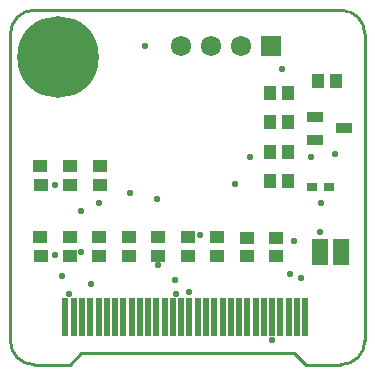
<source format=gts>
G04*
G04 #@! TF.GenerationSoftware,Altium Limited,Altium Designer,18.1.9 (240)*
G04*
G04 Layer_Color=8388736*
%FSLAX24Y24*%
%MOIN*%
G70*
G01*
G75*
%ADD11C,0.0100*%
%ADD25R,0.0466X0.0446*%
%ADD26R,0.0234X0.1261*%
%ADD27R,0.0446X0.0466*%
%ADD28R,0.0572X0.0356*%
%ADD29R,0.0572X0.0356*%
%ADD30R,0.0466X0.0446*%
%ADD31R,0.0446X0.0466*%
%ADD32R,0.0580X0.0867*%
%ADD33R,0.0332X0.0277*%
%ADD34C,0.2718*%
%ADD35C,0.0552*%
%ADD36C,0.0678*%
%ADD37R,0.0678X0.0678*%
%ADD38C,0.0230*%
D11*
X11024Y0D02*
G03*
X11811Y787I0J787D01*
G01*
Y11024D02*
G03*
X11024Y11811I-787J0D01*
G01*
X787D02*
G03*
X0Y11024I0J-787D01*
G01*
Y787D02*
G03*
X787Y0I787J0D01*
G01*
X9843Y0D02*
X11024D01*
X9449Y394D02*
X9843Y0D01*
X2362Y394D02*
X9449D01*
X1969Y0D02*
X2362Y394D01*
X787Y0D02*
X1969D01*
X11811Y787D02*
Y11024D01*
X787Y11811D02*
X11024D01*
X0Y787D02*
Y11024D01*
D25*
X5903Y4241D02*
D03*
X5905Y3634D02*
D03*
X1984D02*
D03*
X1982Y4241D02*
D03*
X6889Y3634D02*
D03*
X6887Y4241D02*
D03*
X4922Y3634D02*
D03*
X4920Y4241D02*
D03*
X3938Y3634D02*
D03*
X3936Y4241D02*
D03*
X2955Y3634D02*
D03*
X2953Y4241D02*
D03*
X1002Y3634D02*
D03*
X1000Y4241D02*
D03*
X2971Y5996D02*
D03*
X2969Y6603D02*
D03*
X1986Y5996D02*
D03*
X1984Y6603D02*
D03*
X1002Y5996D02*
D03*
X1000Y6603D02*
D03*
D26*
X9827Y1575D02*
D03*
X9551D02*
D03*
X9276D02*
D03*
X9000D02*
D03*
X8724D02*
D03*
X8449D02*
D03*
X8173D02*
D03*
X7898D02*
D03*
X7622D02*
D03*
X7346D02*
D03*
X7071D02*
D03*
X6795D02*
D03*
X6520D02*
D03*
X6244D02*
D03*
X5968D02*
D03*
X5693D02*
D03*
X1835D02*
D03*
X2110D02*
D03*
X2386D02*
D03*
X2661D02*
D03*
X2937D02*
D03*
X3213D02*
D03*
X3488D02*
D03*
X3764D02*
D03*
X4039D02*
D03*
X4315D02*
D03*
X4591D02*
D03*
X4866D02*
D03*
X5142D02*
D03*
X5417D02*
D03*
D27*
X10236Y9449D02*
D03*
X10843Y9451D02*
D03*
D28*
X10138Y8248D02*
D03*
Y7500D02*
D03*
D29*
X11122Y7874D02*
D03*
D30*
X8858Y4235D02*
D03*
Y3628D02*
D03*
X7875Y3625D02*
D03*
Y4232D02*
D03*
D31*
X8645Y9055D02*
D03*
X9252D02*
D03*
X8645Y8071D02*
D03*
X9252D02*
D03*
X9255Y7087D02*
D03*
X8648D02*
D03*
X8645Y6102D02*
D03*
X9252D02*
D03*
D32*
X10324Y3740D02*
D03*
X11024D02*
D03*
D33*
X10055Y5906D02*
D03*
X10630D02*
D03*
D34*
X1575Y10236D02*
D03*
D35*
X2525D02*
D03*
X2248Y9568D02*
D03*
X1580Y9291D02*
D03*
X912Y9568D02*
D03*
X635Y10236D02*
D03*
X912Y10904D02*
D03*
X1580Y11181D02*
D03*
X2248Y10904D02*
D03*
D36*
X5693Y10630D02*
D03*
X6693D02*
D03*
X7693D02*
D03*
D37*
X8693D02*
D03*
D38*
X9060Y9850D02*
D03*
X4480Y10630D02*
D03*
X10020Y6905D02*
D03*
X7480Y6020D02*
D03*
X10340Y5380D02*
D03*
X2352Y3745D02*
D03*
X4900Y5510D02*
D03*
X3980Y5730D02*
D03*
X2960Y5380D02*
D03*
X9690Y2870D02*
D03*
X9460Y4110D02*
D03*
X7996Y6926D02*
D03*
X5512Y2362D02*
D03*
X5968Y2431D02*
D03*
X2700Y2690D02*
D03*
X1936Y2346D02*
D03*
X4922Y3326D02*
D03*
X5500Y2820D02*
D03*
X10326Y4430D02*
D03*
X9302Y3016D02*
D03*
X8724Y806D02*
D03*
X6305Y4326D02*
D03*
X1706Y2936D02*
D03*
X1496Y3636D02*
D03*
X1476Y5996D02*
D03*
X2356Y5116D02*
D03*
X10806Y7016D02*
D03*
M02*

</source>
